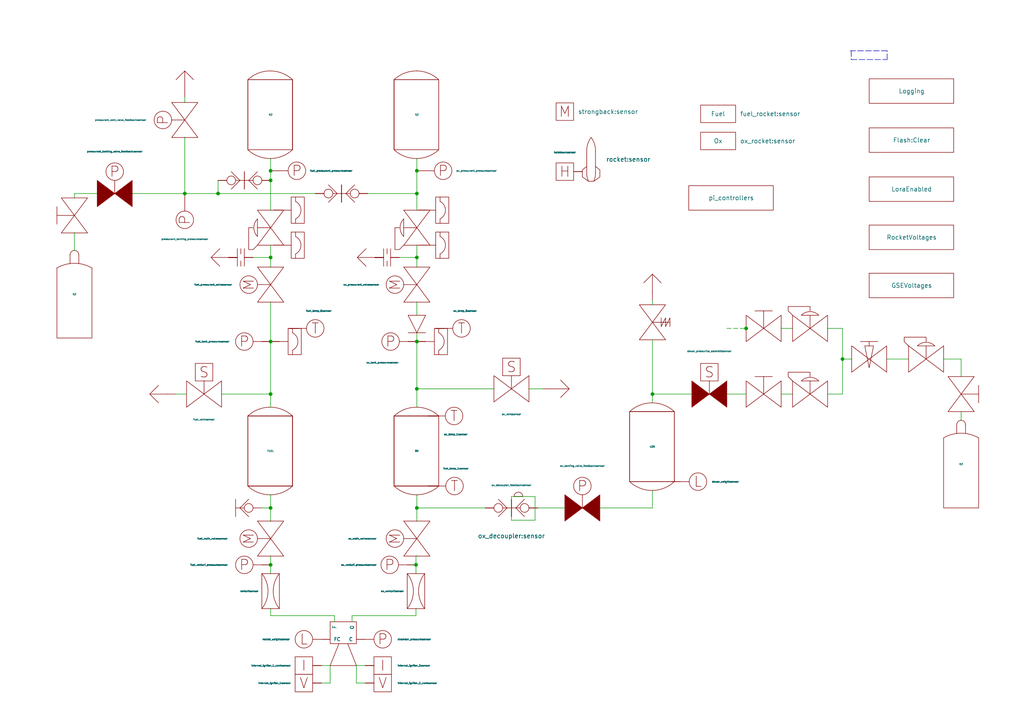
<source format=kicad_sch>
(kicad_sch (version 20231120) (generator "eeschema") (generator_version "8.0")
  (paper "A4")
  (lib_symbols
    (symbol "Label_1" (pin_names (offset 1.016))
      (property "Value" "Voltages" (at 0 0 0))
      (symbol "Label_1_0_0"
        (rectangle (start -12.319 3.556) (end 12.192 -3.556))
      )
    )
    (symbol "PnID-Lib:BurstDisc" (pin_numbers hide) (pin_names (offset 1.016))
      (property "Reference" "BurstDisc" (at 3.81 0.508 0))
      (symbol "BurstDisc_0_0"
        (rectangle (start -2.54 3.81) (end 1.27 -3.81))
        (arc (start -1.27 -2.54) (mid 0.2998 0) (end -1.27 2.54))
        (polyline (pts (xy -5.08 0) (xy -2.54 0)))
        (polyline (pts (xy -1.27 -3.81) (xy -1.27 -2.54)))
        (polyline (pts (xy -1.27 3.81) (xy -1.27 2.54)))
      )
      (symbol "BurstDisc_1_1"
        (pin bidirectional line (at -7.62 0 0) (length 2.54) (name "~") (number "~"))
      )
    )
    (symbol "PnID-Lib:CheckValve" (pin_numbers hide) (pin_names (offset 1.016))
      (property "Reference" "CheckValve" (at 0 -3.302 0))
      (symbol "CheckValve_0_0"
        (polyline (pts (xy 2.54 2.54) (xy 2.54 -2.54)))
        (polyline (pts (xy -2.54 2.54) (xy -2.54 -2.54) (xy 2.54 0) (xy -2.54 2.54)))
      )
      (symbol "CheckValve_1_1"
        (pin bidirectional line (at -2.54 0 0) (length 0) (name "~") (number "~"))
        (pin bidirectional line (at 2.54 0 180) (length 0) (name "~") (number "~"))
      )
    )
    (symbol "PnID-Lib:Engine" (pin_numbers hide) (pin_names (offset 1.016))
      (property "Reference" "Engine" (at 0 -11.43 0))
      (symbol "Engine_0_0"
        (rectangle (start -3.81 2.54) (end 3.81 -3.81))
        (polyline (pts (xy -1.27 -3.81) (xy -3.81 -10.16) (xy 3.81 -10.16) (xy 1.27 -3.81)))
      )
      (symbol "Engine_1_1"
        (pin bidirectional line (at 3.81 -2.54 180) (length 0) (name "C") (number "~"))
        (pin input line (at -2.54 2.54 270) (length 0) (name "F") (number "~"))
        (pin input line (at -3.81 -2.54 0) (length 0) (name "FC") (number "~"))
        (pin input line (at 2.54 2.54 270) (length 0) (name "O") (number "~"))
      )
    )
    (symbol "PnID-Lib:Flowchart_State" (pin_names (offset 1.016))
      (property "Value" "Flowchart_State" (at 0 0 0))
      (symbol "Flowchart_State_0_1"
        (rectangle (start -5.08 2.54) (end 5.08 -2.54))
      )
    )
    (symbol "PnID-Lib:GasBottle" (pin_numbers hide) (pin_names (offset 1.016))
      (property "Reference" "GasBottle" (at 0 -1.016 0))
      (symbol "GasBottle_0_0"
        (polyline (pts (xy -1.27 8.89) (xy -1.27 11.43)))
        (polyline (pts (xy 1.27 8.89) (xy 1.27 11.43)))
        (polyline (pts (xy -5.08 7.62) (xy -5.08 -12.7) (xy 5.08 -12.7) (xy 5.08 7.62)))
        (arc (start 1.27 11.43) (mid 0 12.7) (end -1.27 11.43))
        (arc (start 5.08 7.62) (mid 0 8.9691) (end -5.08 7.62))
      )
      (symbol "GasBottle_1_1"
        (pin output line (at 0 12.7 270) (length 0) (name "~") (number "~"))
      )
    )
    (symbol "PnID-Lib:LED" (pin_numbers hide) (pin_names (offset 1.016))
      (property "Reference" "LED_Ref" (at 2.286 0 0))
      (property "Value" "LED" (at 0 0 0))
      (symbol "LED_0_1"
        (polyline (pts (xy 1.27 -0.508) (xy -1.27 -0.508)))
        (arc (start 1.27 -0.508) (mid 0 0.762) (end -1.27 -0.508))
      )
    )
    (symbol "PnID-Lib:Label" (pin_names (offset 1.016))
      (property "Value" "Label" (at 0 0 0))
      (symbol "Label_0_0"
        (rectangle (start -12.319 3.556) (end 12.192 -3.556))
      )
    )
    (symbol "PnID-Lib:Motor" (pin_names (offset 1.016))
      (property "Value" "Motor" (at -0.127 -4.699 0))
      (symbol "Motor_1_1"
        (rectangle (start -2.54 -2.413) (end 2.54 2.667))
        (text "M" (at 0 0.127 0) (effects (font (size 2.9972 2.9972))))
      )
    )
    (symbol "PnID-Lib:Orifice" (pin_numbers hide) (pin_names (offset 1.016))
      (property "Reference" "Orifice" (at 0 -5.08 0))
      (symbol "Orifice_0_1"
        (polyline (pts (xy -1.016 2.54) (xy -1.016 -2.54)))
        (polyline (pts (xy 0 -2.54) (xy 0 -1.016)))
        (polyline (pts (xy 0 2.54) (xy 0 1.016)))
        (polyline (pts (xy 1.016 2.54) (xy 1.016 -2.54)))
      )
      (symbol "Orifice_1_1"
        (pin bidirectional line (at -3.556 0 0) (length 2.54) (name "~") (number "~"))
        (pin bidirectional line (at 3.556 0 180) (length 2.54) (name "~") (number "~"))
      )
    )
    (symbol "PnID-Lib:PressureRegulator" (pin_numbers hide) (pin_names (offset 1.016))
      (property "Reference" "PressureRegulator" (at 0 -5.08 0))
      (property "Value" "PressureRegulator" (at 0 -6.35 0))
      (symbol "PressureRegulator_0_0"
        (polyline (pts (xy -2.54 3.81) (xy 2.54 3.81)))
        (polyline (pts (xy 0 0) (xy 0 3.81)))
        (polyline (pts (xy -5.08 3.81) (xy -6.35 5.08) (xy -6.35 6.35) (xy 0 6.35) (xy 0 5.08)))
        (arc (start 2.54 3.81) (mid 0 4.8621) (end -2.54 3.81))
      )
      (symbol "PressureRegulator_1_1"
        (polyline (pts (xy 0 0) (xy -5.08 3.81) (xy -5.08 -3.81) (xy 0 0)))
        (polyline (pts (xy 5.08 3.81) (xy 0 0) (xy 5.08 -3.81) (xy 5.08 3.81)))
        (pin bidirectional line (at -5.08 0 0) (length 0) (name "~") (number "~"))
        (pin bidirectional line (at 5.08 0 180) (length 0) (name "~") (number "~"))
      )
    )
    (symbol "PnID-Lib:QuickConnect_Half" (pin_numbers hide) (pin_names (offset 1.016))
      (property "Reference" "QuickConnect" (at 0 -5.08 0))
      (property "Value" "QuickConnect_Half" (at 0 -7.62 0))
      (symbol "QuickConnect_Half_0_0"
        (circle (center -3.81 0) (radius 1.27))
        (polyline (pts (xy -1.27 0) (xy -3.81 -2.54)))
        (polyline (pts (xy -1.27 0) (xy -2.54 0)))
        (polyline (pts (xy 0 2.54) (xy 0 -2.54)))
        (polyline (pts (xy 0 0) (xy -1.27 0) (xy -3.81 2.54)))
      )
      (symbol "QuickConnect_Half_1_1"
        (pin bidirectional line (at -7.62 0 0) (length 2.54) (name "~") (number "~"))
      )
    )
    (symbol "PnID-Lib:Rocket_Channel" (pin_names (offset 1.016))
      (property "Reference" "R" (at 0 1.27 0))
      (property "Value" "Rocket_Channel" (at 10.414 1.27 0))
      (property "Unit" " " (at 0 0 0))
      (property "Action_Reference" " " (at 0 0 0))
      (property "Data_Content" " " (at 0 0 0))
      (symbol "Rocket_Channel_0_1"
        (arc (start -1.27 -1.778) (mid -1.166 -3.0783) (end -0.762 -4.318))
        (polyline (pts (xy -1.27 4.572) (xy -1.27 -1.778)))
        (polyline (pts (xy 0.762 -4.318) (xy -0.762 -4.318)))
        (polyline (pts (xy 1.27 4.572) (xy 1.27 -1.778)))
        (polyline (pts (xy 0.762 -4.318) (xy 2.54 -3.048) (xy 2.54 -1.016) (xy 1.27 0)))
        (arc (start 0 8.382) (mid -0.9522 6.5827) (end -1.27 4.572))
      )
      (symbol "Rocket_Channel_1_1"
        (polyline (pts (xy -0.762 -4.318) (xy -2.54 -3.048) (xy -2.54 -1.016) (xy -1.27 0)))
        (arc (start 0.762 -4.318) (mid 1.1615 -3.0774) (end 1.27 -1.778))
        (arc (start 1.27 4.572) (mid 0.9522 6.5827) (end 0 8.382))
      )
    )
    (symbol "PnID-Lib:Sensor_Load" (pin_numbers hide) (pin_names (offset 1.016))
      (property "Reference" "Sensor_Load" (at 6.35 0.762 0))
      (property "Value" "Sensor_Load" (at 6.35 -0.762 0))
      (property "Data_Content" " " (at 0 0 0))
      (symbol "Sensor_Load_0_0"
        (polyline (pts (xy -5.08 0) (xy -2.54 0)))
        (circle (center 0 0) (radius 2.54))
        (text "L" (at 0 0 0) (effects (font (size 2.9972 2.9972))))
      )
      (symbol "Sensor_Load_1_1"
        (pin bidirectional line (at -7.62 0 0) (length 2.54) (name "~") (number "~"))
      )
    )
    (symbol "PnID-Lib:Sensor_Pressure" (pin_numbers hide) (pin_names (offset 1.016))
      (property "Reference" "Sensor_Pressure" (at 6.35 0.762 0))
      (property "Value" "Sensor_Pressure" (at 6.35 -0.762 0))
      (property "Data_Content" " " (at 0 0 0))
      (symbol "Sensor_Pressure_0_0"
        (polyline (pts (xy -5.08 0) (xy -2.54 0)))
        (circle (center 0 0) (radius 2.54))
        (text "P" (at 0 0 0) (effects (font (size 2.9972 2.9972))))
      )
      (symbol "Sensor_Pressure_1_1"
        (pin bidirectional line (at -7.62 0 0) (length 2.54) (name "~") (number "~"))
      )
    )
    (symbol "PnID-Lib:Sensor_Temperature" (pin_numbers hide) (pin_names (offset 1.016))
      (property "Reference" "Sensor_Temperature" (at 7.112 0.762 0))
      (property "Value" "Sensor_Temperature" (at 7.112 -0.762 0))
      (symbol "Sensor_Temperature_0_0"
        (polyline (pts (xy -5.08 0) (xy -2.54 0)))
        (text "T" (at 0 0 0) (effects (font (size 2.9972 2.9972))))
      )
      (symbol "Sensor_Temperature_0_1"
        (circle (center 0 0) (radius 2.54))
      )
      (symbol "Sensor_Temperature_1_1"
        (pin bidirectional line (at -7.62 0 0) (length 2.54) (name "~") (number "~"))
      )
    )
    (symbol "PnID-Lib:Tank_Slim" (pin_numbers hide) (pin_names (offset 1.016))
      (property "Reference" "Tank_Slim" (at 0 1.27 0))
      (property "Value" "Tank_Slim" (at 0 -1.27 0))
      (symbol "Tank_Slim_0_0"
        (polyline (pts (xy 6.35 10.16) (xy 6.35 -10.16)))
      )
      (symbol "Tank_Slim_0_1"
        (rectangle (start -6.604 -10.16) (end 6.35 10.16))
        (polyline (pts (xy -6.604 10.16) (xy -6.604 -10.16)))
        (polyline (pts (xy -6.35 -10.16) (xy 6.35 -10.16)))
        (polyline (pts (xy -6.35 10.16) (xy 6.35 10.16)))
        (arc (start 6.35 10.16) (mid -0.127 12.7008) (end -6.604 10.16))
      )
      (symbol "Tank_Slim_1_1"
        (arc (start -6.604 -10.16) (mid -0.127 -12.7008) (end 6.35 -10.16))
        (pin bidirectional line (at 0 -12.7 90) (length 0) (name "~") (number "~"))
        (pin bidirectional line (at 0 12.7 270) (length 0) (name "~") (number "~"))
      )
    )
    (symbol "PnID-Lib:Valve_Manual" (pin_numbers hide) (pin_names (offset 1.016))
      (property "Reference" "Valve_Manual" (at 0 -5.08 0))
      (symbol "Valve_Manual_0_0"
        (polyline (pts (xy -2.54 5.08) (xy 2.54 5.08)))
        (polyline (pts (xy 0 0) (xy 0 5.08)))
      )
      (symbol "Valve_Manual_1_1"
        (polyline (pts (xy 0 0) (xy -5.08 3.81) (xy -5.08 -3.81) (xy 0 0)))
        (polyline (pts (xy 5.08 3.81) (xy 0 0) (xy 5.08 -3.81) (xy 5.08 3.81)))
        (pin bidirectional line (at -5.08 0 0) (length 0) (name "~") (number "~"))
        (pin bidirectional line (at 5.08 0 180) (length 0) (name "~") (number "~"))
      )
    )
    (symbol "PnID-Lib:Valve_Needle" (pin_numbers hide) (pin_names (offset 1.016))
      (property "Reference" "Valve_Needle" (at 0 -5.08 0))
      (symbol "Valve_Needle_0_0"
        (polyline (pts (xy -2.54 5.08) (xy 2.54 5.08)))
        (polyline (pts (xy 0 3.81) (xy 0 5.08)))
        (polyline (pts (xy 0 -2.54) (xy -1.27 3.81) (xy 1.27 3.81) (xy 0 -2.54)))
      )
      (symbol "Valve_Needle_1_1"
        (polyline (pts (xy 0 0) (xy -5.08 3.81) (xy -5.08 -3.81) (xy 0 0)))
        (polyline (pts (xy 5.08 3.81) (xy 0 0) (xy 5.08 -3.81) (xy 5.08 3.81)))
        (pin bidirectional line (at -5.08 0 0) (length 0) (name "~") (number "~"))
        (pin bidirectional line (at 5.08 0 180) (length 0) (name "~") (number "~"))
      )
    )
    (symbol "PnID-Lib:Valve_OverPressure" (pin_numbers hide) (pin_names (offset 1.016))
      (property "Reference" "Valve_OverPressure" (at 0 -4.572 0))
      (symbol "Valve_OverPressure_0_0"
        (polyline (pts (xy 0 0) (xy 0 5.08)))
        (polyline (pts (xy -1.27 2.54) (xy 1.27 2.54) (xy -1.27 3.81) (xy 1.27 3.81) (xy -1.27 5.08) (xy 1.27 5.08)))
      )
      (symbol "Valve_OverPressure_1_1"
        (polyline (pts (xy 0 0) (xy -5.08 3.81) (xy -5.08 -3.81) (xy 0 0)))
        (polyline (pts (xy 5.08 3.81) (xy 0 0) (xy 5.08 -3.81) (xy 5.08 3.81)))
        (pin bidirectional line (at -5.08 0 0) (length 0) (name "~") (number "~"))
        (pin bidirectional line (at 5.08 0 180) (length 0) (name "~") (number "~"))
      )
    )
    (symbol "PnID-Lib:Valve_Pneumatic_NO" (pin_numbers hide) (pin_names (offset 1.016))
      (property "Reference" "Valve_Pneumatic" (at 0 -4.318 0))
      (property "Value" "Valve_Pneumatic_NO" (at 0 -5.588 0))
      (symbol "Valve_Pneumatic_NO_0_0"
        (polyline (pts (xy 0 0) (xy 0 3.81)))
        (circle (center 0 6.35) (radius 2.54))
        (text "P" (at 0 6.35 0) (effects (font (size 2.9972 2.9972))))
      )
      (symbol "Valve_Pneumatic_NO_1_1"
        (polyline (pts (xy 0 0) (xy -5.08 3.81) (xy -5.08 -3.81) (xy 0 0)))
        (polyline (pts (xy 5.08 3.81) (xy 0 0) (xy 5.08 -3.81) (xy 5.08 3.81)))
        (pin bidirectional line (at -5.08 0 0) (length 0) (name "~") (number "~"))
        (pin bidirectional line (at 5.08 0 180) (length 0) (name "~") (number "~"))
      )
    )
    (symbol "PnID-Lib:Valve_Servo" (pin_numbers hide) (pin_names (offset 1.016))
      (property "Reference" "Valve_Servo" (at 0 -4.064 0))
      (property "Value" "Valve_Servo" (at 0 -5.334 0))
      (symbol "Valve_Servo_0_0"
        (polyline (pts (xy 0 0) (xy 0 3.81)))
        (circle (center 0 6.35) (radius 2.54))
        (text "M" (at 0 6.35 0) (effects (font (size 2.9972 2.9972))))
      )
      (symbol "Valve_Servo_0_1"
        (polyline (pts (xy 0 0) (xy -5.08 3.81) (xy -5.08 -3.81) (xy 0 0)))
      )
      (symbol "Valve_Servo_1_1"
        (polyline (pts (xy 5.08 3.81) (xy 0 0) (xy 5.08 -3.81) (xy 5.08 3.81)))
        (pin bidirectional line (at -5.08 0 0) (length 0) (name "~") (number "~"))
        (pin bidirectional line (at 5.08 0 180) (length 0) (name "~") (number "~"))
      )
    )
    (symbol "PnID-Lib:Valve_Solenoid_NC" (pin_numbers hide) (pin_names (offset 1.016))
      (property "Reference" "Valve_Solenoid" (at 0.254 -4.318 0))
      (property "Value" "Valve_Solenoid_NC" (at 0.254 -5.588 0))
      (symbol "Valve_Solenoid_NC_0_0"
        (rectangle (start -2.54 3.81) (end 2.54 8.89))
        (text "S" (at 0 6.35 0) (effects (font (size 2.9972 2.9972))))
      )
      (symbol "Valve_Solenoid_NC_0_1"
        (polyline (pts (xy 0 3.81) (xy 0 0)))
      )
      (symbol "Valve_Solenoid_NC_1_1"
        (polyline (pts (xy 0 0) (xy -5.08 3.81) (xy -5.08 -3.81) (xy 0 0)) (fill (type outline)))
        (polyline (pts (xy 5.08 3.81) (xy 0 0) (xy 5.08 -3.81) (xy 5.08 3.81)) (fill (type outline)))
        (pin bidirectional line (at -5.08 0 0) (length 0) (name "~") (number "~"))
        (pin bidirectional line (at 5.08 0 180) (length 0) (name "~") (number "~"))
      )
    )
    (symbol "PnID-Lib:Valve_Solenoid_NO" (pin_numbers hide) (pin_names (offset 1.016))
      (property "Reference" "Valve_Solenoid" (at 0.254 -4.318 0))
      (property "Value" "Valve_Solenoid_NO" (at 0.254 -5.588 0))
      (symbol "Valve_Solenoid_NO_0_0"
        (rectangle (start -2.54 3.81) (end 2.54 8.89))
        (text "S" (at 0 6.35 0) (effects (font (size 2.9972 2.9972))))
      )
      (symbol "Valve_Solenoid_NO_0_1"
        (polyline (pts (xy 0 3.81) (xy 0 0)))
      )
      (symbol "Valve_Solenoid_NO_1_1"
        (polyline (pts (xy 0 0) (xy -5.08 3.81) (xy -5.08 -3.81) (xy 0 0)))
        (polyline (pts (xy 5.08 3.81) (xy 0 0) (xy 5.08 -3.81) (xy 5.08 3.81)))
        (pin bidirectional line (at -5.08 0 0) (length 0) (name "~") (number "~"))
        (pin bidirectional line (at 5.08 0 180) (length 0) (name "~") (number "~"))
      )
    )
    (symbol "PnID-Lib:Vent" (pin_numbers hide) (pin_names (offset 1.016))
      (property "Reference" "Vent" (at 2.54 1.27 0))
      (symbol "Vent_0_0"
        (polyline (pts (xy 0 0) (xy -5.08 0)))
        (polyline (pts (xy -2.54 2.54) (xy 0 0) (xy -2.54 -2.54)))
      )
      (symbol "Vent_1_1"
        (pin bidirectional line (at -7.62 0 0) (length 2.54) (name "~") (number "~"))
      )
    )
    (symbol "PnID-Lib:Venturi" (pin_numbers hide) (pin_names (offset 1.016))
      (property "Reference" "Venturi" (at 0 -5.08 0))
      (symbol "Venturi_0_0"
        (rectangle (start -5.08 2.54) (end 5.08 -2.54))
        (arc (start -5.08 2.54) (mid 0 0.758) (end 5.08 2.54))
        (arc (start 5.08 -2.54) (mid 0 -0.758) (end -5.08 -2.54))
      )
      (symbol "Venturi_1_1"
        (pin bidirectional line (at -5.08 0 0) (length 0) (name "~") (number "~"))
        (pin bidirectional line (at 5.08 0 180) (length 0) (name "~") (number "~"))
      )
    )
    (symbol "PnID-Lib:heater" (pin_names (offset 1.016))
      (property "Value" "heater" (at -5.08 0 0))
      (symbol "heater_0_0"
        (text "H" (at 0 0 0) (effects (font (size 2.9972 2.9972))))
      )
      (symbol "heater_0_1"
        (rectangle (start -2.54 2.54) (end 2.54 -2.54))
      )
      (symbol "heater_1_1"
        (pin input line (at 5.08 0 180) (length 2.54) (name "~") (number "~"))
      )
    )
    (symbol "PnID-Lib:igniter" (pin_names (offset 1.016))
      (property "Value" "igniter" (at -5.08 0 0))
      (symbol "igniter_0_0"
        (text "I" (at 0 0 0) (effects (font (size 2.9972 2.9972))))
      )
      (symbol "igniter_0_1"
        (rectangle (start -2.54 2.54) (end 2.54 -2.54))
      )
      (symbol "igniter_1_1"
        (pin input line (at 5.08 0 180) (length 2.54) (name "~") (number "~"))
      )
    )
    (symbol "PnID-Lib:voltmeter" (pin_names (offset 1.016))
      (property "Value" "voltmeter" (at -5.08 0 0))
      (symbol "voltmeter_0_0"
        (text "V" (at 0 0 0) (effects (font (size 2.9972 2.9972))))
      )
      (symbol "voltmeter_0_1"
        (rectangle (start -2.54 2.54) (end 2.54 -2.54))
      )
      (symbol "voltmeter_1_1"
        (pin input line (at 5.08 0 180) (length 2.54) (name "~") (number "~"))
      )
    )
    (symbol "Valve_Pneumatic_1" (pin_numbers hide) (pin_names (offset 1.016))
      (property "Reference" "Valve_Pneumatic" (at 0 -4.318 0))
      (property "Value" "Valve_Pneumatic" (at 0 -5.588 0))
      (symbol "Valve_Pneumatic_1_0_0"
        (polyline (pts (xy 0 0) (xy 0 3.81)))
        (circle (center 0 6.35) (radius 2.54))
        (text "P" (at 0 6.35 0) (effects (font (size 2.9972 2.9972))))
      )
      (symbol "Valve_Pneumatic_1_1_1"
        (polyline (pts (xy 0 0) (xy -5.08 3.81) (xy -5.08 -3.81) (xy 0 0)) (fill (type outline)))
        (polyline (pts (xy 5.08 3.81) (xy 0 0) (xy 5.08 -3.81) (xy 5.08 3.81)) (fill (type outline)))
        (pin bidirectional line (at -5.08 0 0) (length 0) (name "~") (number "~"))
        (pin bidirectional line (at 5.08 0 180) (length 0) (name "~") (number "~"))
      )
    )
  )
  (junction (at 120.904 56.134))
  (junction (at 63.246 56.134))
  (junction (at 78.486 163.83))
  (junction (at 120.904 99.06))
  (junction (at 189.23 114.3))
  (junction (at 120.904 49.53))
  (junction (at 53.594 56.134))
  (junction (at 78.486 114.3))
  (junction (at 120.904 74.676))
  (junction (at 78.486 52.324))
  (junction (at 78.486 99.06))
  (junction (at 120.904 147.32))
  (junction (at 216.408 95.25))
  (junction (at 244.348 104.14))
  (junction (at 78.486 49.53))
  (junction (at 120.65 163.83))
  (junction (at 120.904 112.776))
  (junction (at 78.486 147.32))
  (junction (at 78.486 74.676))
  (wire (pts (xy 189.23 88.392) (xy 189.23 87.122)))
  (wire (pts (xy 78.486 87.63) (xy 78.486 99.06)))
  (wire (pts (xy 273.685 104.14) (xy 278.765 104.14)))
  (wire (pts (xy 257.175 104.14) (xy 263.525 104.14)))
  (wire (pts (xy 103.378 198.12) (xy 105.918 198.12)))
  (wire (pts (xy 21.59 67.564) (xy 21.59 72.644)))
  (wire (pts (xy 189.23 98.552) (xy 189.23 114.3)))
  (wire (pts (xy 214.63 95.25) (xy 216.408 95.25)))
  (wire (pts (xy 120.904 49.53) (xy 120.904 56.134)))
  (wire (pts (xy 148.336 144.018) (xy 155.194 144.018)))
  (wire (pts (xy 244.348 114.3) (xy 240.03 114.3)))
  (wire (pts (xy 95.758 193.04) (xy 95.758 198.12)))
  (wire (pts (xy 93.218 193.04) (xy 95.758 193.04)))
  (wire (pts (xy 120.904 56.134) (xy 120.904 60.96)))
  (wire (pts (xy 106.68 56.134) (xy 120.904 56.134)))
  (polyline (pts (xy 257.302 17.272) (xy 257.302 14.732)) (stroke (width 0) (type dash)))
  (wire (pts (xy 120.65 161.29) (xy 120.65 163.83)))
  (wire (pts (xy 120.65 163.83) (xy 120.65 166.37)))
  (wire (pts (xy 278.765 104.14) (xy 278.765 109.22)))
  (wire (pts (xy 210.82 95.25) (xy 212.09 95.25)))
  (wire (pts (xy 120.904 45.974) (xy 120.904 49.53)))
  (polyline (pts (xy 246.888 14.732) (xy 246.888 17.272)) (stroke (width 0) (type dash)))
  (wire (pts (xy 53.594 56.134) (xy 63.246 56.134)))
  (wire (pts (xy 78.486 178.562) (xy 97.028 178.562)))
  (wire (pts (xy 78.486 99.06) (xy 78.486 114.3)))
  (wire (pts (xy 73.406 74.676) (xy 78.486 74.676)))
  (wire (pts (xy 21.59 56.134) (xy 28.194 56.134)))
  (wire (pts (xy 105.918 193.04) (xy 103.378 193.04)))
  (wire (pts (xy 78.486 114.3) (xy 78.486 118.11)))
  (wire (pts (xy 120.904 71.12) (xy 120.904 74.676)))
  (wire (pts (xy 78.486 49.53) (xy 78.486 52.324)))
  (wire (pts (xy 78.486 176.53) (xy 78.486 178.562)))
  (wire (pts (xy 115.824 74.676) (xy 120.904 74.676)))
  (wire (pts (xy 120.904 112.776) (xy 143.256 112.776)))
  (wire (pts (xy 64.262 114.3) (xy 78.486 114.3)))
  (wire (pts (xy 102.108 178.562) (xy 120.65 178.562)))
  (wire (pts (xy 63.246 52.324) (xy 63.246 56.134)))
  (wire (pts (xy 278.765 119.38) (xy 278.765 121.92)))
  (wire (pts (xy 78.486 71.12) (xy 78.486 74.676)))
  (wire (pts (xy 102.108 178.562) (xy 102.108 180.34)))
  (wire (pts (xy 148.336 150.876) (xy 148.336 144.018)))
  (wire (pts (xy 120.65 161.29) (xy 120.904 161.29)))
  (wire (pts (xy 120.904 96.52) (xy 120.904 99.06)))
  (wire (pts (xy 155.194 150.876) (xy 148.336 150.876)))
  (wire (pts (xy 173.99 147.32) (xy 189.23 147.32)))
  (wire (pts (xy 103.378 193.04) (xy 103.378 198.12)))
  (wire (pts (xy 229.87 95.25) (xy 226.568 95.25)))
  (wire (pts (xy 120.65 176.53) (xy 120.65 178.562)))
  (wire (pts (xy 244.348 95.25) (xy 244.348 104.14)))
  (polyline (pts (xy 246.888 17.272) (xy 257.302 17.272)) (stroke (width 0) (type dash)))
  (wire (pts (xy 155.194 144.018) (xy 155.194 150.876)))
  (wire (pts (xy 78.486 161.29) (xy 78.486 163.83)))
  (wire (pts (xy 53.594 28.194) (xy 53.594 29.718)))
  (wire (pts (xy 216.408 95.25) (xy 216.535 95.25)))
  (wire (pts (xy 216.408 114.3) (xy 210.82 114.3)))
  (wire (pts (xy 54.102 114.3) (xy 51.054 114.3)))
  (wire (pts (xy 120.904 147.32) (xy 140.716 147.32)))
  (wire (pts (xy 78.486 45.974) (xy 78.486 49.53)))
  (wire (pts (xy 153.416 112.776) (xy 157.48 112.776)))
  (wire (pts (xy 78.486 147.32) (xy 78.486 151.13)))
  (wire (pts (xy 120.904 99.06) (xy 120.904 112.776)))
  (wire (pts (xy 75.946 147.32) (xy 78.486 147.32)))
  (wire (pts (xy 97.028 178.562) (xy 97.028 180.34)))
  (wire (pts (xy 53.594 56.134) (xy 53.594 39.878)))
  (polyline (pts (xy 257.302 14.732) (xy 246.634 14.732)) (stroke (width 0) (type dash)))
  (wire (pts (xy 78.486 52.324) (xy 78.486 60.96)))
  (wire (pts (xy 189.23 147.32) (xy 189.23 142.24)))
  (wire (pts (xy 21.59 57.404) (xy 21.59 56.134)))
  (wire (pts (xy 120.904 74.676) (xy 120.904 77.47)))
  (wire (pts (xy 244.348 104.14) (xy 247.015 104.14)))
  (wire (pts (xy 78.486 163.83) (xy 78.486 166.37)))
  (wire (pts (xy 95.758 198.12) (xy 93.218 198.12)))
  (wire (pts (xy 120.904 147.32) (xy 120.904 151.13)))
  (wire (pts (xy 244.348 104.14) (xy 244.348 114.3)))
  (wire (pts (xy 189.23 114.3) (xy 189.23 116.84)))
  (wire (pts (xy 240.03 95.25) (xy 244.348 95.25)))
  (wire (pts (xy 212.725 95.25) (xy 213.995 95.25)))
  (wire (pts (xy 189.23 114.3) (xy 200.66 114.3)))
  (wire (pts (xy 120.904 112.776) (xy 120.904 118.11)))
  (wire (pts (xy 78.486 74.676) (xy 78.486 77.47)))
  (wire (pts (xy 163.83 147.32) (xy 155.956 147.32)))
  (wire (pts (xy 120.904 143.51) (xy 120.904 147.32)))
  (wire (pts (xy 63.246 56.134) (xy 91.44 56.134)))
  (wire (pts (xy 120.904 87.63) (xy 120.904 91.44)))
  (wire (pts (xy 229.87 114.3) (xy 226.568 114.3)))
  (wire (pts (xy 78.486 143.51) (xy 78.486 147.32)))
  (wire (pts (xy 38.354 56.134) (xy 53.594 56.134)))
  (symbol (lib_id "PnID-Lib:Engine") (at 99.568 182.88 0) (unit 1)
    (property "Reference" "engine" (effects (hide yes)))
    (property "Value" "engine" (effects (hide yes)))
    (property "Action_Reference" " " (effects (hide yes)))
  )
  (symbol (lib_id "PnID-Lib:Sensor_Pressure") (at 110.998 185.42 0) (unit 1)
    (property "Reference" "chamber_pressure" (effects (hide yes)))
    (property "Value" "chamber_pressure:sensor" (at 115.316 185.42 0) (effects (font (size 0.508 0.508)) (justify left)))
    (property "Unit" "bar" (effects (hide yes)))
    (property "Action_Reference" " " (effects (hide yes)))
    (property "Data_Content" " " (at 108.2548 189.8142 0))
  )
  (symbol (lib_id "PnID-Lib:QuickConnect_Half") (at 148.336 147.32 0) (unit 1)
    (property "Reference" "ox_quick_connect" (effects (hide yes)))
    (property "Value" "ox_quick_connect" (effects (hide yes)))
  )
  (symbol (lib_id "PnID-Lib:Venturi") (at 120.65 171.45 270) (unit 1)
    (property "Reference" "ox_venturi" (effects (hide yes)))
    (property "Value" "ox_venturi:sensor" (at 110.49 171.45 90) (effects (font (size 0.508 0.508)) (justify left)))
    (property "Unit" "%" (effects (hide yes)))
  )
  (symbol (lib_id "PnID-Lib:Valve_Solenoid_NC") (at 205.74 114.3 0) (unit 1)
    (property "Reference" "dewar_pressurize_solenoid" (effects (hide yes)))
    (property "Value" "dewar_pressurize_solenoid:sensor" (at 205.74 101.854 0) (effects (font (size 0.508 0.508))))
    (property "Unit" "%" (effects (hide yes)))
    (property "Action_Reference" " " (effects (hide yes)))
  )
  (symbol (lib_id "PnID-Lib:Valve_OverPressure") (at 189.23 93.472 270) (unit 1)
    (property "Reference" "DewarOverPressureValve?" (effects (hide yes)))
    (property "Value" "DewarOverPressureValve" (effects (hide yes)))
    (property "Action_Reference" " " (effects (hide yes)))
  )
  (symbol (lib_id "PnID-Lib:Tank_Slim") (at 189.23 129.54 0) (unit 1)
    (property "Reference" "LOX" (at 189.23 129.54 0) (effects (font (size 0.508 0.508))))
    (property "Value" "LOX" (effects (hide yes)))
    (property "Unit" "%" (effects (hide yes)))
    (property "Action_Reference" " " (effects (hide yes)))
    (property "Data_Content" " " (effects (hide yes)))
  )
  (symbol (lib_id "PnID-Lib:QuickConnect_Half") (at 148.336 147.32 180) (unit 1)
    (property "Reference" "ox_decoupler" (effects (hide yes)))
    (property "Value" "ox_decoupler:sensor" (at 148.336 155.448 0))
  )
  (symbol (lib_id "PnID-Lib:Vent") (at 189.23 79.502 90) (unit 1)
    (property "Reference" "Vent?" (effects (hide yes)))
    (property "Value" "Vent" (effects (hide yes)))
  )
  (symbol (lib_id "PnID-Lib:Sensor_Load") (at 88.138 185.42 180) (unit 1)
    (property "Reference" "thrust" (effects (hide yes)))
    (property "Value" "rocket_weight:sensor" (at 84.074 185.42 0) (effects (font (size 0.508 0.508)) (justify left)))
    (property "Unit" "kg" (effects (hide yes)))
    (property "Action_Reference" " " (effects (hide yes)))
    (property "Data_Content" " " (at 90.8812 181.0258 0))
  )
  (symbol (lib_id "PnID-Lib:Valve_Needle") (at 252.095 104.14 0) (mirror y) (unit 1)
    (property "Reference" "dewar_needle_valve?" (effects (hide yes)))
    (property "Value" "dewar_needle_valve" (effects (hide yes)))
    (property "Action_Reference" " " (effects (hide yes)))
  )
  (symbol (lib_id "PnID-Lib:PressureRegulator") (at 268.605 104.14 0) (unit 1)
    (property "Reference" "C1" (effects (hide yes)))
    (property "Value" "bottle_pressure_regulator" (effects (hide yes)))
  )
  (symbol (lib_id "PnID-Lib:GasBottle") (at 278.765 134.62 0) (unit 1)
    (property "Reference" "N2" (at 278.765 134.62 0) (effects (font (size 0.508 0.508))))
    (property "Value" "N2" (effects (hide yes)))
  )
  (symbol (lib_id "PnID-Lib:Valve_Manual") (at 278.765 114.3 270) (unit 1)
    (property "Reference" "dewar_manual_valve?" (effects (hide yes)))
    (property "Value" "dewar_manual_valve" (effects (hide yes)))
    (property "Action_Reference" " " (effects (hide yes)))
  )
  (symbol (lib_name "Valve_Pneumatic_1") (lib_id "PnID-Lib:Valve_Pneumatic") (at 33.274 56.134 0) (mirror y) (unit 1)
    (property "Reference" "pressurant_tanking_valve_(A1)" (effects (hide yes)))
    (property "Value" "pressurant_tanking_valve_feedback:sensor" (at 33.274 43.942 0) (effects (font (size 0.508 0.508))))
    (property "Unit" "%" (effects (hide yes)))
    (property "Action_Reference" " " (effects (hide yes)))
  )
  (symbol (lib_id "PnID-Lib:igniter") (at 88.138 193.04 0) (unit 1)
    (property "Reference" "igniter1" (effects (hide yes)))
    (property "Value" "internal_igniter_1_cont:sensor" (at 84.328 193.04 0) (effects (font (size 0.508 0.508)) (justify right)))
    (property "Unit" "Ohm" (effects (hide yes)))
  )
  (symbol (lib_id "PnID-Lib:Vent") (at 43.434 114.3 180) (unit 1)
    (property "Reference" "Vent2" (effects (hide yes)))
    (property "Value" "Vent" (effects (hide yes)))
  )
  (symbol (lib_id "PnID-Lib:QuickConnect_Half") (at 99.06 56.134 0) (unit 1)
    (property "Reference" "ox_quick_connect3" (effects (hide yes)))
    (property "Value" "ox_quick_connect" (effects (hide yes)))
  )
  (symbol (lib_id "PnID-Lib:PressureRegulator") (at 120.904 66.04 90) (unit 1)
    (property "Reference" "pressurantPressureRegulator2" (effects (hide yes)))
    (property "Value" "pressurantPressureRegulator" (effects (hide yes)))
  )
  (symbol (lib_id "PnID-Lib:QuickConnect_Half") (at 70.866 52.324 0) (unit 1)
    (property "Reference" "ox_quick_connect2" (effects (hide yes)))
    (property "Value" "ox_quick_connect" (effects (hide yes)))
  )
  (symbol (lib_id "PnID-Lib:igniter") (at 110.998 193.04 180) (unit 1)
    (property "Reference" "igniter2" (effects (hide yes)))
    (property "Value" "internal_igniter_2:sensor" (at 115.316 193.04 0) (effects (font (size 0.508 0.508)) (justify right)))
    (property "Unit" "Ohm" (effects (hide yes)))
  )
  (symbol (lib_id "PnID-Lib:Flowchart_State") (at 208.28 40.894 0) (unit 1)
    (property "Reference" "Ox" (at 208.28 40.894 0))
    (property "Value" "ox_rocket:sensor" (at 214.63 40.8939 0) (effects (justify left)))
  )
  (symbol (lib_id "PnID-Lib:BurstDisc") (at 128.905 71.12 0) (unit 1)
    (property "Reference" "BurstDisc2" (effects (hide yes)))
    (property "Value" "BurstDisc" (effects (hide yes)))
  )
  (symbol (lib_id "PnID-Lib:Motor") (at 163.83 32.512 0) (unit 1)
    (property "Reference" "Motor1" (effects (hide yes)))
    (property "Value" "strongback:sensor" (at 167.64 32.3849 0) (effects (justify left)))
  )
  (symbol (lib_id "PnID-Lib:Sensor_Load") (at 202.438 139.7 0) (unit 1)
    (property "Reference" "dewar_weight" (effects (hide yes)))
    (property "Value" "dewar_weight:sensor" (at 206.502 139.7 0) (effects (font (size 0.508 0.508)) (justify left)))
    (property "Unit" "kg" (effects (hide yes)))
    (property "Action_Reference" " " (effects (hide yes)))
    (property "Data_Content" " " (at 199.6948 144.0942 0))
  )
  (symbol (lib_id "PnID-Lib:Sensor_Pressure") (at 113.284 99.06 180) (unit 1)
    (property "Reference" "ox_tank_pressure" (effects (hide yes)))
    (property "Value" "ox_tank_pressure:sensor" (at 115.57 105.156 0) (effects (font (size 0.508 0.508)) (justify left)))
    (property "Unit" "bar" (effects (hide yes)))
    (property "Action_Reference" " " (effects (hide yes)))
    (property "Data_Content" " " (effects (hide yes)))
  )
  (symbol (lib_name "Valve_Pneumatic_1") (lib_id "PnID-Lib:Valve_Pneumatic") (at 168.91 147.32 0) (mirror y) (unit 1)
    (property "Reference" "ox_tanking_valve" (effects (hide yes)))
    (property "Value" "ox_tanking_valve_feedback:sensor" (at 168.91 135.128 0) (effects (font (size 0.508 0.508))))
    (property "Unit" "%" (effects (hide yes)))
    (property "Action_Reference" " " (effects (hide yes)))
  )
  (symbol (lib_id "PnID-Lib:Tank_Slim") (at 120.904 33.274 0) (unit 1)
    (property "Reference" "N2" (at 120.904 33.274 0) (effects (font (size 0.508 0.508))))
    (property "Value" "N2" (effects (hide yes)))
    (property "Unit" "%" (effects (hide yes)))
    (property "Action_Reference" " " (effects (hide yes)))
    (property "Data_Content" " " (effects (hide yes)))
  )
  (symbol (lib_id "PnID-Lib:Label") (at 264.414 26.416 0) (unit 1)
    (property "Reference" "Logging" (effects (hide yes)))
    (property "Value" "Logging" (at 264.414 26.416 0))
  )
  (symbol (lib_id "PnID-Lib:QuickConnect_Half") (at 68.326 147.32 180) (unit 1)
    (property "Reference" "ox_quick_connect1" (effects (hide yes)))
    (property "Value" "ox_quick_connect" (effects (hide yes)))
  )
  (symbol (lib_id "PnID-Lib:BurstDisc") (at 86.995 60.96 0) (unit 1)
    (property "Reference" "BurstDisc4" (effects (hide yes)))
    (property "Value" "BurstDisc" (effects (hide yes)))
  )
  (symbol (lib_id "PnID-Lib:QuickConnect_Half") (at 70.866 52.324 180) (unit 1)
    (property "Reference" "DewarQuickConnect1" (effects (hide yes)))
    (property "Value" "DewarQuickConnect" (effects (hide yes)))
  )
  (symbol (lib_id "PnID-Lib:Sensor_Temperature") (at 133.858 95.25 0) (unit 1)
    (property "Reference" "ox_manifold_temperature" (effects (hide yes)))
    (property "Value" "ox_temp_0:sensor" (at 134.874 90.17 0) (effects (font (size 0.508 0.508))))
    (property "Unit" "˚C" (effects (hide yes)))
    (property "Action_Reference" " " (effects (hide yes)))
  )
  (symbol (lib_id "PnID-Lib:BurstDisc") (at 86.995 71.12 0) (unit 1)
    (property "Reference" "BurstDisc5" (effects (hide yes)))
    (property "Value" "BurstDisc" (effects (hide yes)))
  )
  (symbol (lib_id "PnID-Lib:Orifice") (at 69.85 74.676 0) (unit 1)
    (property "Reference" "Orifice2" (effects (hide yes)))
    (property "Value" "Orifice" (effects (hide yes)))
  )
  (symbol (lib_id "PnID-Lib:Sensor_Pressure") (at 70.866 163.83 180) (unit 1)
    (property "Reference" "fuel_venturi_pressure" (effects (hide yes)))
    (property "Value" "fuel_venturi_pressure:sensor" (at 66.04 163.83 0) (effects (font (size 0.508 0.508)) (justify left)))
    (property "Unit" "bar" (effects (hide yes)))
    (property "Action_Reference" " " (effects (hide yes)))
    (property "Data_Content" " " (effects (hide yes)))
  )
  (symbol (lib_id "PnID-Lib:Vent") (at 165.1 112.776 0) (unit 1)
    (property "Reference" "Vent1" (effects (hide yes)))
    (property "Value" "Vent" (effects (hide yes)))
  )
  (symbol (lib_id "PnID-Lib:Vent") (at 53.594 20.574 270) (mirror x) (unit 1)
    (property "Reference" "Vent3" (effects (hide yes)))
    (property "Value" "Vent" (effects (hide yes)))
  )
  (symbol (lib_id "PnID-Lib:CheckValve") (at 120.904 93.98 270) (unit 1)
    (property "Reference" "CheckValve2" (effects (hide yes)))
    (property "Value" "CheckValve" (effects (hide yes)))
  )
  (symbol (lib_id "PnID-Lib:Valve_Solenoid_NO") (at 59.182 114.3 0) (unit 1)
    (property "Reference" "fuel_vent" (effects (hide yes)))
    (property "Value" "fuel_vent:sensor" (at 59.182 121.666 0) (effects (font (size 0.508 0.508))))
    (property "Description" "%" (effects (hide yes)))
    (property "Action_Reference" " " (effects (hide yes)))
  )
  (symbol (lib_id "PnID-Lib:Sensor_Temperature") (at 131.699 120.65 0) (unit 1)
    (property "Reference" "ox_tank_top_temperature" (effects (hide yes)))
    (property "Value" "ox_temp_1:sensor" (at 128.778 125.984 0) (effects (font (size 0.508 0.508)) (justify left)))
    (property "Unit" "˚C" (effects (hide yes)))
    (property "Action_Reference" " " (effects (hide yes)))
  )
  (symbol (lib_id "PnID-Lib:Label") (at 264.414 40.64 0) (unit 1)
    (property "Reference" "ClearFlash" (effects (hide yes)))
    (property "Value" "Flash:Clear" (at 264.414 40.64 0))
  )
  (symbol (lib_id "PnID-Lib:Valve_Servo") (at 120.904 156.21 90) (unit 1)
    (property "Reference" "ox_main_valve" (effects (hide yes)))
    (property "Value" "ox_main_valve:sensor" (at 109.22 156.21 90) (effects (font (size 0.508 0.508)) (justify left)))
    (property "Unit" "%" (effects (hide yes)))
    (property "Action_Reference" " " (effects (hide yes)))
  )
  (symbol (lib_id "PnID-Lib:Sensor_Pressure") (at 53.594 63.754 270) (unit 1)
    (property "Reference" "pressurant_tanking_pressure" (effects (hide yes)))
    (property "Value" "pressurant_tanking_pressure:sensor" (at 53.594 69.342 90) (effects (font (size 0.508 0.508))))
    (property "Unit" "bar" (effects (hide yes)))
    (property "Action_Reference" " " (effects (hide yes)))
    (property "Data_Content" " " (effects (hide yes)))
  )
  (symbol (lib_id "PnID-Lib:Sensor_Pressure") (at 70.866 99.06 180) (unit 1)
    (property "Reference" "fuel_tank_pressure" (effects (hide yes)))
    (property "Value" "fuel_tank_pressure:sensor" (at 66.548 99.06 0) (effects (font (size 0.508 0.508)) (justify left)))
    (property "Unit" "bar" (effects (hide yes)))
    (property "Action_Reference" " " (effects (hide yes)))
    (property "Data_Content" " " (effects (hide yes)))
  )
  (symbol (lib_id "PnID-Lib:Valve_Solenoid_NO") (at 148.336 112.776 0) (unit 1)
    (property "Reference" "ox_vent" (effects (hide yes)))
    (property "Value" "ox_vent:sensor" (at 148.336 120.142 0) (effects (font (size 0.508 0.508))))
    (property "Description" "%" (effects (hide yes)))
    (property "Action_Reference" " " (effects (hide yes)))
  )
  (symbol (lib_name "Label_1") (lib_id "PnID-Lib:Label") (at 264.414 82.804 0) (unit 1)
    (property "Reference" "Voltages1" (effects (hide yes)))
    (property "Value" "GSEVoltages" (at 264.414 82.804 0))
  )
  (symbol (lib_id "PnID-Lib:Tank_Slim") (at 78.486 33.274 0) (unit 1)
    (property "Reference" "N2" (at 78.486 33.274 0) (effects (font (size 0.508 0.508))))
    (property "Value" "N2" (effects (hide yes)))
    (property "Unit" "%" (effects (hide yes)))
    (property "Action_Reference" " " (effects (hide yes)))
    (property "Data_Content" " " (effects (hide yes)))
  )
  (symbol (lib_id "PnID-Lib:voltmeter") (at 88.138 198.12 0) (unit 1)
    (property "Reference" "voltmeter1" (effects (hide yes)))
    (property "Value" "internal_igniter_1:sensor" (at 84.328 198.12 0) (effects (font (size 0.508 0.508)) (justify right)))
    (property "Unit" "V" (effects (hide yes)))
  )
  (symbol (lib_id "PnID-Lib:heater") (at 163.83 49.784 0) (unit 1)
    (property "Reference" "Holddown" (effects (hide yes)))
    (property "Value" "holddown:sensor" (at 163.83 44.196 0) (effects (font (size 0.508 0.508))))
    (property "Description" "A" (effects (hide yes)))
  )
  (symbol (lib_id "PnID-Lib:Valve_Servo") (at 78.486 82.55 90) (unit 1)
    (property "Reference" "fuel_pressurant_valve" (effects (hide yes)))
    (property "Value" "fuel_pressurant_valve:sensor" (at 67.31 82.55 90) (effects (font (size 0.508 0.508)) (justify left)))
    (property "Unit" "%" (effects (hide yes)))
    (property "Action_Reference" " " (effects (hide yes)))
  )
  (symbol (lib_id "PnID-Lib:Sensor_Pressure") (at 86.106 49.53 0) (unit 1)
    (property "Reference" "fuel_pressurant_pressure" (effects (hide yes)))
    (property "Value" "fuel_pressurant_pressure:sensor" (at 89.916 49.53 0) (effects (font (size 0.508 0.508)) (justify left)))
    (property "Unit" "bar" (effects (hide yes)))
    (property "Action_Reference" " " (effects (hide yes)))
    (property "Data_Content" " " (effects (hide yes)))
  )
  (symbol (lib_id "PnID-Lib:Sensor_Pressure") (at 113.03 163.83 180) (unit 1)
    (property "Reference" "ox_venturi_pressure" (effects (hide yes)))
    (property "Value" "ox_venturi_pressure:sensor" (at 109.22 163.83 0) (effects (font (size 0.508 0.508)) (justify left)))
    (property "Unit" "bar" (effects (hide yes)))
    (property "Action_Reference" " " (effects (hide yes)))
    (property "Data_Content" " " (effects (hide yes)))
  )
  (symbol (lib_id "PnID-Lib:Tank_Slim") (at 78.486 130.81 0) (unit 1)
    (property "Reference" "FUEL" (at 78.486 130.81 0) (effects (font (size 0.508 0.508))))
    (property "Value" "tank" (effects (hide yes)))
    (property "Unit" "%" (effects (hide yes)))
    (property "Action_Reference" " " (effects (hide yes)))
    (property "Data_Content" " " (effects (hide yes)))
  )
  (symbol (lib_id "PnID-Lib:Vent") (at 103.632 74.676 180) (unit 1)
    (property "Reference" "Vent4" (effects (hide yes)))
    (property "Value" "Vent" (effects (hide yes)))
  )
  (symbol (lib_id "PnID-Lib:Sensor_Temperature") (at 131.826 140.97 0) (unit 1)
    (property "Reference" "ox_tank_bottom_temperature" (effects (hide yes)))
    (property "Value" "fuel_temp_1:sensor" (at 128.524 135.89 0) (effects (font (size 0.508 0.508)) (justify left)))
    (property "Unit" "˚C" (effects (hide yes)))
    (property "Action_Reference" " " (effects (hide yes)))
  )
  (symbol (lib_id "PnID-Lib:QuickConnect_Half") (at 99.06 56.134 180) (unit 1)
    (property "Reference" "DewarQuickConnect2" (effects (hide yes)))
    (property "Value" "DewarQuickConnect" (effects (hide yes)))
  )
  (symbol (lib_id "PnID-Lib:LED") (at 150.368 143.51 0) (unit 1)
    (property "Reference" "ox_decoupler_feedback" (effects (hide yes)))
    (property "Value" "ox_decoupler_feedback:sensor" (at 148.336 140.716 0) (effects (font (size 0.508 0.508))))
  )
  (symbol (lib_id "PnID-Lib:BurstDisc") (at 128.524 99.06 0) (unit 1)
    (property "Reference" "BurstDisc1" (effects (hide yes)))
    (property "Value" "BurstDisc" (effects (hide yes)))
  )
  (symbol (lib_id "PnID-Lib:PressureRegulator") (at 234.95 95.25 0) (unit 1)
    (property "Reference" "C3" (effects (hide yes)))
    (property "Value" "pneu_pressure_regulator" (effects (hide yes)))
  )
  (symbol (lib_id "PnID-Lib:Vent") (at 61.214 74.676 180) (unit 1)
    (property "Reference" "Vent5" (effects (hide yes)))
    (property "Value" "Vent" (effects (hide yes)))
  )
  (symbol (lib_id "PnID-Lib:Venturi") (at 78.486 171.45 270) (unit 1)
    (property "Reference" "venturi1" (effects (hide yes)))
    (property "Value" "venturi:sensor" (at 69.596 171.45 90) (effects (font (size 0.508 0.508)) (justify left)))
    (property "Unit" "%" (effects (hide yes)))
  )
  (symbol (lib_id "PnID-Lib:voltmeter") (at 110.998 198.12 0) (mirror y) (unit 1)
    (property "Reference" "voltmeter2" (effects (hide yes)))
    (property "Value" "internal_igniter_2_cont:sensor" (at 115.316 198.12 0) (effects (font (size 0.508 0.508)) (justify right)))
    (property "Unit" "V" (effects (hide yes)))
  )
  (symbol (lib_id "PnID-Lib:Valve_Servo") (at 120.904 82.55 90) (unit 1)
    (property "Reference" "ox_pressurant_valve" (effects (hide yes)))
    (property "Value" "ox_pressurant_valve:sensor" (at 109.982 82.55 90) (effects (font (size 0.508 0.508)) (justify left)))
    (property "Unit" "%" (effects (hide yes)))
    (property "Action_Reference" " " (effects (hide yes)))
  )
  (symbol (lib_id "PnID-Lib:BurstDisc") (at 86.106 99.06 0) (unit 1)
    (property "Reference" "BurstDisc6" (effects (hide yes)))
    (property "Value" "BurstDisc" (effects (hide yes)))
  )
  (symbol (lib_id "PnID-Lib:Label") (at 264.414 54.864 0) (unit 1)
    (property "Reference" "LoraEnable" (effects (hide yes)))
    (property "Value" "LoraEnabled" (at 264.414 54.864 0))
  )
  (symbol (lib_id "PnID-Lib:Valve_Servo") (at 78.486 156.21 90) (unit 1)
    (property "Reference" "fuel_main_valve" (effects (hide yes)))
    (property "Value" "fuel_main_valve:sensor" (at 66.04 156.21 90) (effects (font (size 0.508 0.508)) (justify left)))
    (property "Unit" "%" (effects (hide yes)))
    (property "Action_Reference" " " (effects (hide yes)))
  )
  (symbol (lib_id "PnID-Lib:Valve_Manual") (at 221.488 114.3 0) (unit 1)
    (property "Reference" "C4" (effects (hide yes)))
    (property "Value" "dewar_manual_valve" (effects (hide yes)))
    (property "Action_Reference" " " (effects (hide yes)))
  )
  (symbol (lib_id "PnID-Lib:Sensor_Pressure") (at 128.524 49.53 0) (unit 1)
    (property "Reference" "ox_pressurant_pressure" (effects (hide yes)))
    (property "Value" "ox_pressurant_pressure:sensor" (at 132.334 49.53 0) (effects (font (size 0.508 0.508)) (justify left)))
    (property "Unit" "bar" (effects (hide yes)))
    (property "Action_Reference" " " (effects (hide yes)))
    (property "Data_Content" " " (effects (hide yes)))
  )
  (symbol (lib_id "PnID-Lib:PressureRegulator") (at 78.486 66.04 90) (unit 1)
    (property "Reference" "pressurantPressureRegulator1" (effects (hide yes)))
    (property "Value" "pressurantPressureRegulator" (effects (hide yes)))
  )
  (symbol (lib_id "PnID-Lib:Sensor_Temperature") (at 91.44 95.25 0) (unit 1)
    (property "Reference" "fuel_manifold_temperature" (effects (hide yes)))
    (property "Value" "fuel_temp_0:sensor" (at 92.456 90.17 0) (effects (font (size 0.508 0.508))))
    (property "Unit" "˚C" (effects (hide yes)))
    (property "Action_Reference" " " (effects (hide yes)))
  )
  (symbol (lib_id "PnID-Lib:PressureRegulator") (at 234.95 114.3 0) (unit 1)
    (property "Reference" "C2" (effects (hide yes)))
    (property "Value" "dewar_pressure_regulator" (effects (hide yes)))
  )
  (symbol (lib_id "PnID-Lib:Orifice") (at 112.268 74.676 0) (unit 1)
    (property "Reference" "Orifice1" (effects (hide yes)))
    (property "Value" "Orifice" (effects (hide yes)))
  )
  (symbol (lib_id "PnID-Lib:Valve_Manual") (at 21.59 62.484 90) (mirror x) (unit 1)
    (property "Reference" "dewar_manual_valve1" (effects (hide yes)))
    (property "Value" "dewar_manual_valve" (effects (hide yes)))
    (property "Action_Reference" " " (effects (hide yes)))
  )
  (symbol (lib_id "PnID-Lib:Tank_Slim") (at 120.904 130.81 0) (unit 1)
    (property "Reference" "OX" (at 120.904 130.81 0) (effects (font (size 0.508 0.508))))
    (property "Value" "tank" (effects (hide yes)))
    (property "Unit" "%" (effects (hide yes)))
    (property "Action_Reference" " " (effects (hide yes)))
    (property "Data_Content" " " (effects (hide yes)))
  )
  (symbol (lib_id "PnID-Lib:GasBottle") (at 21.59 85.344 0) (mirror y) (unit 1)
    (property "Reference" "N2" (at 21.59 85.344 0) (effects (font (size 0.508 0.508))))
    (property "Value" "N2" (effects (hide yes)))
  )
  (symbol (lib_id "PnID-Lib:Valve_Manual") (at 221.488 95.25 0) (unit 1)
    (property "Reference" "C5" (effects (hide yes)))
    (property "Value" "dewar_manual_valve" (effects (hide yes)))
    (property "Action_Reference" " " (effects (hide yes)))
  )
  (symbol (lib_id "PnID-Lib:Rocket_Channel") (at 171.45 48.26 0) (unit 1)
    (property "Reference" "R1" (effects (hide yes)))
    (property "Value" "rocket:sensor" (at 175.768 46.228 0) (effects (justify left)))
    (property "Unit" " " (at 175.514 46.2279 0) (effects (justify left)))
    (property "Action_Reference" " " (at 175.514 48.7679 0) (effects (justify left)))
    (property "Data_Content" " " (at 175.514 51.3079 0) (effects (justify left)))
  )
  (symbol (lib_id "PnID-Lib:Valve_Pneumatic_NO") (at 53.594 34.798 90) (unit 1)
    (property "Reference" "pressurant_vent_valve_(A2)" (effects (hide yes)))
    (property "Value" "pressurant_vent_valve_feedback:sensor" (at 42.418 34.798 90) (effects (font (size 0.508 0.508)) (justify left)))
    (property "Description" "%" (effects (hide yes)))
    (property "Action_Reference" " " (effects (hide yes)))
  )
  (symbol (lib_id "PnID-Lib:Flowchart_State") (at 208.28 33.02 0) (unit 1)
    (property "Reference" "Fuel" (at 208.28 33.02 0))
    (property "Value" "fuel_rocket:sensor" (at 214.63 33.0199 0) (effects (justify left)))
  )
  (symbol (lib_id "PnID-Lib:BurstDisc") (at 128.905 60.96 0) (unit 1)
    (property "Reference" "BurstDisc3" (effects (hide yes)))
    (property "Value" "BurstDisc" (effects (hide yes)))
  )
  (symbol (lib_id "PnID-Lib:Label") (at 212.09 57.404 0) (unit 1)
    (property "Reference" "PI_Contollers" (effects (hide yes)))
    (property "Value" "pi_controllers" (at 212.09 57.404 0))
  )
  (symbol (lib_name "Label_1") (lib_id "PnID-Lib:Label") (at 264.414 68.834 0) (unit 1)
    (property "Reference" "Voltages" (effects (hide yes)))
    (property "Value" "RocketVoltages" (at 264.414 68.834 0))
  )
)
</source>
